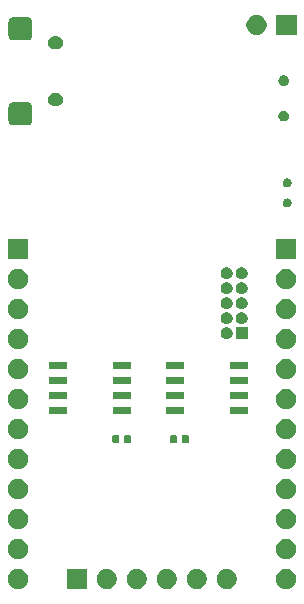
<source format=gbr>
G04 #@! TF.GenerationSoftware,KiCad,Pcbnew,(5.1.5)-3*
G04 #@! TF.CreationDate,2020-07-23T10:29:42-05:00*
G04 #@! TF.ProjectId,LuminaryVer2,4c756d69-6e61-4727-9956-6572322e6b69,rev?*
G04 #@! TF.SameCoordinates,Original*
G04 #@! TF.FileFunction,Soldermask,Bot*
G04 #@! TF.FilePolarity,Negative*
%FSLAX46Y46*%
G04 Gerber Fmt 4.6, Leading zero omitted, Abs format (unit mm)*
G04 Created by KiCad (PCBNEW (5.1.5)-3) date 2020-07-23 10:29:42*
%MOMM*%
%LPD*%
G04 APERTURE LIST*
%ADD10C,0.100000*%
G04 APERTURE END LIST*
D10*
G36*
X235347935Y-97682664D02*
G01*
X235502624Y-97746739D01*
X235502626Y-97746740D01*
X235641844Y-97839762D01*
X235760238Y-97958156D01*
X235853260Y-98097374D01*
X235853261Y-98097376D01*
X235917336Y-98252065D01*
X235950000Y-98416281D01*
X235950000Y-98583719D01*
X235917336Y-98747935D01*
X235853261Y-98902624D01*
X235853260Y-98902626D01*
X235760238Y-99041844D01*
X235641844Y-99160238D01*
X235502626Y-99253260D01*
X235502625Y-99253261D01*
X235502624Y-99253261D01*
X235347935Y-99317336D01*
X235183719Y-99350000D01*
X235016281Y-99350000D01*
X234852065Y-99317336D01*
X234697376Y-99253261D01*
X234697375Y-99253261D01*
X234697374Y-99253260D01*
X234558156Y-99160238D01*
X234439762Y-99041844D01*
X234346740Y-98902626D01*
X234346739Y-98902624D01*
X234282664Y-98747935D01*
X234250000Y-98583719D01*
X234250000Y-98416281D01*
X234282664Y-98252065D01*
X234346739Y-98097376D01*
X234346740Y-98097374D01*
X234439762Y-97958156D01*
X234558156Y-97839762D01*
X234697374Y-97746740D01*
X234697376Y-97746739D01*
X234852065Y-97682664D01*
X235016281Y-97650000D01*
X235183719Y-97650000D01*
X235347935Y-97682664D01*
G37*
G36*
X212647935Y-97682664D02*
G01*
X212802624Y-97746739D01*
X212802626Y-97746740D01*
X212941844Y-97839762D01*
X213060238Y-97958156D01*
X213153260Y-98097374D01*
X213153261Y-98097376D01*
X213217336Y-98252065D01*
X213250000Y-98416281D01*
X213250000Y-98583719D01*
X213217336Y-98747935D01*
X213153261Y-98902624D01*
X213153260Y-98902626D01*
X213060238Y-99041844D01*
X212941844Y-99160238D01*
X212802626Y-99253260D01*
X212802625Y-99253261D01*
X212802624Y-99253261D01*
X212647935Y-99317336D01*
X212483719Y-99350000D01*
X212316281Y-99350000D01*
X212152065Y-99317336D01*
X211997376Y-99253261D01*
X211997375Y-99253261D01*
X211997374Y-99253260D01*
X211858156Y-99160238D01*
X211739762Y-99041844D01*
X211646740Y-98902626D01*
X211646739Y-98902624D01*
X211582664Y-98747935D01*
X211550000Y-98583719D01*
X211550000Y-98416281D01*
X211582664Y-98252065D01*
X211646739Y-98097376D01*
X211646740Y-98097374D01*
X211739762Y-97958156D01*
X211858156Y-97839762D01*
X211997374Y-97746740D01*
X211997376Y-97746739D01*
X212152065Y-97682664D01*
X212316281Y-97650000D01*
X212483719Y-97650000D01*
X212647935Y-97682664D01*
G37*
G36*
X227784935Y-97682664D02*
G01*
X227939624Y-97746739D01*
X227939626Y-97746740D01*
X228078844Y-97839762D01*
X228197238Y-97958156D01*
X228290260Y-98097374D01*
X228290261Y-98097376D01*
X228354336Y-98252065D01*
X228387000Y-98416281D01*
X228387000Y-98583719D01*
X228354336Y-98747935D01*
X228290261Y-98902624D01*
X228290260Y-98902626D01*
X228197238Y-99041844D01*
X228078844Y-99160238D01*
X227939626Y-99253260D01*
X227939625Y-99253261D01*
X227939624Y-99253261D01*
X227784935Y-99317336D01*
X227620719Y-99350000D01*
X227453281Y-99350000D01*
X227289065Y-99317336D01*
X227134376Y-99253261D01*
X227134375Y-99253261D01*
X227134374Y-99253260D01*
X226995156Y-99160238D01*
X226876762Y-99041844D01*
X226783740Y-98902626D01*
X226783739Y-98902624D01*
X226719664Y-98747935D01*
X226687000Y-98583719D01*
X226687000Y-98416281D01*
X226719664Y-98252065D01*
X226783739Y-98097376D01*
X226783740Y-98097374D01*
X226876762Y-97958156D01*
X226995156Y-97839762D01*
X227134374Y-97746740D01*
X227134376Y-97746739D01*
X227289065Y-97682664D01*
X227453281Y-97650000D01*
X227620719Y-97650000D01*
X227784935Y-97682664D01*
G37*
G36*
X225244935Y-97682664D02*
G01*
X225399624Y-97746739D01*
X225399626Y-97746740D01*
X225538844Y-97839762D01*
X225657238Y-97958156D01*
X225750260Y-98097374D01*
X225750261Y-98097376D01*
X225814336Y-98252065D01*
X225847000Y-98416281D01*
X225847000Y-98583719D01*
X225814336Y-98747935D01*
X225750261Y-98902624D01*
X225750260Y-98902626D01*
X225657238Y-99041844D01*
X225538844Y-99160238D01*
X225399626Y-99253260D01*
X225399625Y-99253261D01*
X225399624Y-99253261D01*
X225244935Y-99317336D01*
X225080719Y-99350000D01*
X224913281Y-99350000D01*
X224749065Y-99317336D01*
X224594376Y-99253261D01*
X224594375Y-99253261D01*
X224594374Y-99253260D01*
X224455156Y-99160238D01*
X224336762Y-99041844D01*
X224243740Y-98902626D01*
X224243739Y-98902624D01*
X224179664Y-98747935D01*
X224147000Y-98583719D01*
X224147000Y-98416281D01*
X224179664Y-98252065D01*
X224243739Y-98097376D01*
X224243740Y-98097374D01*
X224336762Y-97958156D01*
X224455156Y-97839762D01*
X224594374Y-97746740D01*
X224594376Y-97746739D01*
X224749065Y-97682664D01*
X224913281Y-97650000D01*
X225080719Y-97650000D01*
X225244935Y-97682664D01*
G37*
G36*
X222704935Y-97682664D02*
G01*
X222859624Y-97746739D01*
X222859626Y-97746740D01*
X222998844Y-97839762D01*
X223117238Y-97958156D01*
X223210260Y-98097374D01*
X223210261Y-98097376D01*
X223274336Y-98252065D01*
X223307000Y-98416281D01*
X223307000Y-98583719D01*
X223274336Y-98747935D01*
X223210261Y-98902624D01*
X223210260Y-98902626D01*
X223117238Y-99041844D01*
X222998844Y-99160238D01*
X222859626Y-99253260D01*
X222859625Y-99253261D01*
X222859624Y-99253261D01*
X222704935Y-99317336D01*
X222540719Y-99350000D01*
X222373281Y-99350000D01*
X222209065Y-99317336D01*
X222054376Y-99253261D01*
X222054375Y-99253261D01*
X222054374Y-99253260D01*
X221915156Y-99160238D01*
X221796762Y-99041844D01*
X221703740Y-98902626D01*
X221703739Y-98902624D01*
X221639664Y-98747935D01*
X221607000Y-98583719D01*
X221607000Y-98416281D01*
X221639664Y-98252065D01*
X221703739Y-98097376D01*
X221703740Y-98097374D01*
X221796762Y-97958156D01*
X221915156Y-97839762D01*
X222054374Y-97746740D01*
X222054376Y-97746739D01*
X222209065Y-97682664D01*
X222373281Y-97650000D01*
X222540719Y-97650000D01*
X222704935Y-97682664D01*
G37*
G36*
X220164935Y-97682664D02*
G01*
X220319624Y-97746739D01*
X220319626Y-97746740D01*
X220458844Y-97839762D01*
X220577238Y-97958156D01*
X220670260Y-98097374D01*
X220670261Y-98097376D01*
X220734336Y-98252065D01*
X220767000Y-98416281D01*
X220767000Y-98583719D01*
X220734336Y-98747935D01*
X220670261Y-98902624D01*
X220670260Y-98902626D01*
X220577238Y-99041844D01*
X220458844Y-99160238D01*
X220319626Y-99253260D01*
X220319625Y-99253261D01*
X220319624Y-99253261D01*
X220164935Y-99317336D01*
X220000719Y-99350000D01*
X219833281Y-99350000D01*
X219669065Y-99317336D01*
X219514376Y-99253261D01*
X219514375Y-99253261D01*
X219514374Y-99253260D01*
X219375156Y-99160238D01*
X219256762Y-99041844D01*
X219163740Y-98902626D01*
X219163739Y-98902624D01*
X219099664Y-98747935D01*
X219067000Y-98583719D01*
X219067000Y-98416281D01*
X219099664Y-98252065D01*
X219163739Y-98097376D01*
X219163740Y-98097374D01*
X219256762Y-97958156D01*
X219375156Y-97839762D01*
X219514374Y-97746740D01*
X219514376Y-97746739D01*
X219669065Y-97682664D01*
X219833281Y-97650000D01*
X220000719Y-97650000D01*
X220164935Y-97682664D01*
G37*
G36*
X218227000Y-99350000D02*
G01*
X216527000Y-99350000D01*
X216527000Y-97650000D01*
X218227000Y-97650000D01*
X218227000Y-99350000D01*
G37*
G36*
X230324935Y-97682664D02*
G01*
X230479624Y-97746739D01*
X230479626Y-97746740D01*
X230618844Y-97839762D01*
X230737238Y-97958156D01*
X230830260Y-98097374D01*
X230830261Y-98097376D01*
X230894336Y-98252065D01*
X230927000Y-98416281D01*
X230927000Y-98583719D01*
X230894336Y-98747935D01*
X230830261Y-98902624D01*
X230830260Y-98902626D01*
X230737238Y-99041844D01*
X230618844Y-99160238D01*
X230479626Y-99253260D01*
X230479625Y-99253261D01*
X230479624Y-99253261D01*
X230324935Y-99317336D01*
X230160719Y-99350000D01*
X229993281Y-99350000D01*
X229829065Y-99317336D01*
X229674376Y-99253261D01*
X229674375Y-99253261D01*
X229674374Y-99253260D01*
X229535156Y-99160238D01*
X229416762Y-99041844D01*
X229323740Y-98902626D01*
X229323739Y-98902624D01*
X229259664Y-98747935D01*
X229227000Y-98583719D01*
X229227000Y-98416281D01*
X229259664Y-98252065D01*
X229323739Y-98097376D01*
X229323740Y-98097374D01*
X229416762Y-97958156D01*
X229535156Y-97839762D01*
X229674374Y-97746740D01*
X229674376Y-97746739D01*
X229829065Y-97682664D01*
X229993281Y-97650000D01*
X230160719Y-97650000D01*
X230324935Y-97682664D01*
G37*
G36*
X212647935Y-95142664D02*
G01*
X212802624Y-95206739D01*
X212802626Y-95206740D01*
X212941844Y-95299762D01*
X213060238Y-95418156D01*
X213153260Y-95557374D01*
X213153261Y-95557376D01*
X213217336Y-95712065D01*
X213250000Y-95876281D01*
X213250000Y-96043719D01*
X213217336Y-96207935D01*
X213153261Y-96362624D01*
X213153260Y-96362626D01*
X213060238Y-96501844D01*
X212941844Y-96620238D01*
X212802626Y-96713260D01*
X212802625Y-96713261D01*
X212802624Y-96713261D01*
X212647935Y-96777336D01*
X212483719Y-96810000D01*
X212316281Y-96810000D01*
X212152065Y-96777336D01*
X211997376Y-96713261D01*
X211997375Y-96713261D01*
X211997374Y-96713260D01*
X211858156Y-96620238D01*
X211739762Y-96501844D01*
X211646740Y-96362626D01*
X211646739Y-96362624D01*
X211582664Y-96207935D01*
X211550000Y-96043719D01*
X211550000Y-95876281D01*
X211582664Y-95712065D01*
X211646739Y-95557376D01*
X211646740Y-95557374D01*
X211739762Y-95418156D01*
X211858156Y-95299762D01*
X211997374Y-95206740D01*
X211997376Y-95206739D01*
X212152065Y-95142664D01*
X212316281Y-95110000D01*
X212483719Y-95110000D01*
X212647935Y-95142664D01*
G37*
G36*
X235347935Y-95142664D02*
G01*
X235502624Y-95206739D01*
X235502626Y-95206740D01*
X235641844Y-95299762D01*
X235760238Y-95418156D01*
X235853260Y-95557374D01*
X235853261Y-95557376D01*
X235917336Y-95712065D01*
X235950000Y-95876281D01*
X235950000Y-96043719D01*
X235917336Y-96207935D01*
X235853261Y-96362624D01*
X235853260Y-96362626D01*
X235760238Y-96501844D01*
X235641844Y-96620238D01*
X235502626Y-96713260D01*
X235502625Y-96713261D01*
X235502624Y-96713261D01*
X235347935Y-96777336D01*
X235183719Y-96810000D01*
X235016281Y-96810000D01*
X234852065Y-96777336D01*
X234697376Y-96713261D01*
X234697375Y-96713261D01*
X234697374Y-96713260D01*
X234558156Y-96620238D01*
X234439762Y-96501844D01*
X234346740Y-96362626D01*
X234346739Y-96362624D01*
X234282664Y-96207935D01*
X234250000Y-96043719D01*
X234250000Y-95876281D01*
X234282664Y-95712065D01*
X234346739Y-95557376D01*
X234346740Y-95557374D01*
X234439762Y-95418156D01*
X234558156Y-95299762D01*
X234697374Y-95206740D01*
X234697376Y-95206739D01*
X234852065Y-95142664D01*
X235016281Y-95110000D01*
X235183719Y-95110000D01*
X235347935Y-95142664D01*
G37*
G36*
X212647935Y-92602664D02*
G01*
X212802624Y-92666739D01*
X212802626Y-92666740D01*
X212941844Y-92759762D01*
X213060238Y-92878156D01*
X213153260Y-93017374D01*
X213153261Y-93017376D01*
X213217336Y-93172065D01*
X213250000Y-93336281D01*
X213250000Y-93503719D01*
X213217336Y-93667935D01*
X213153261Y-93822624D01*
X213153260Y-93822626D01*
X213060238Y-93961844D01*
X212941844Y-94080238D01*
X212802626Y-94173260D01*
X212802625Y-94173261D01*
X212802624Y-94173261D01*
X212647935Y-94237336D01*
X212483719Y-94270000D01*
X212316281Y-94270000D01*
X212152065Y-94237336D01*
X211997376Y-94173261D01*
X211997375Y-94173261D01*
X211997374Y-94173260D01*
X211858156Y-94080238D01*
X211739762Y-93961844D01*
X211646740Y-93822626D01*
X211646739Y-93822624D01*
X211582664Y-93667935D01*
X211550000Y-93503719D01*
X211550000Y-93336281D01*
X211582664Y-93172065D01*
X211646739Y-93017376D01*
X211646740Y-93017374D01*
X211739762Y-92878156D01*
X211858156Y-92759762D01*
X211997374Y-92666740D01*
X211997376Y-92666739D01*
X212152065Y-92602664D01*
X212316281Y-92570000D01*
X212483719Y-92570000D01*
X212647935Y-92602664D01*
G37*
G36*
X235347935Y-92602664D02*
G01*
X235502624Y-92666739D01*
X235502626Y-92666740D01*
X235641844Y-92759762D01*
X235760238Y-92878156D01*
X235853260Y-93017374D01*
X235853261Y-93017376D01*
X235917336Y-93172065D01*
X235950000Y-93336281D01*
X235950000Y-93503719D01*
X235917336Y-93667935D01*
X235853261Y-93822624D01*
X235853260Y-93822626D01*
X235760238Y-93961844D01*
X235641844Y-94080238D01*
X235502626Y-94173260D01*
X235502625Y-94173261D01*
X235502624Y-94173261D01*
X235347935Y-94237336D01*
X235183719Y-94270000D01*
X235016281Y-94270000D01*
X234852065Y-94237336D01*
X234697376Y-94173261D01*
X234697375Y-94173261D01*
X234697374Y-94173260D01*
X234558156Y-94080238D01*
X234439762Y-93961844D01*
X234346740Y-93822626D01*
X234346739Y-93822624D01*
X234282664Y-93667935D01*
X234250000Y-93503719D01*
X234250000Y-93336281D01*
X234282664Y-93172065D01*
X234346739Y-93017376D01*
X234346740Y-93017374D01*
X234439762Y-92878156D01*
X234558156Y-92759762D01*
X234697374Y-92666740D01*
X234697376Y-92666739D01*
X234852065Y-92602664D01*
X235016281Y-92570000D01*
X235183719Y-92570000D01*
X235347935Y-92602664D01*
G37*
G36*
X212647935Y-90062664D02*
G01*
X212802624Y-90126739D01*
X212802626Y-90126740D01*
X212941844Y-90219762D01*
X213060238Y-90338156D01*
X213153260Y-90477374D01*
X213153261Y-90477376D01*
X213217336Y-90632065D01*
X213250000Y-90796281D01*
X213250000Y-90963719D01*
X213217336Y-91127935D01*
X213153261Y-91282624D01*
X213153260Y-91282626D01*
X213060238Y-91421844D01*
X212941844Y-91540238D01*
X212802626Y-91633260D01*
X212802625Y-91633261D01*
X212802624Y-91633261D01*
X212647935Y-91697336D01*
X212483719Y-91730000D01*
X212316281Y-91730000D01*
X212152065Y-91697336D01*
X211997376Y-91633261D01*
X211997375Y-91633261D01*
X211997374Y-91633260D01*
X211858156Y-91540238D01*
X211739762Y-91421844D01*
X211646740Y-91282626D01*
X211646739Y-91282624D01*
X211582664Y-91127935D01*
X211550000Y-90963719D01*
X211550000Y-90796281D01*
X211582664Y-90632065D01*
X211646739Y-90477376D01*
X211646740Y-90477374D01*
X211739762Y-90338156D01*
X211858156Y-90219762D01*
X211997374Y-90126740D01*
X211997376Y-90126739D01*
X212152065Y-90062664D01*
X212316281Y-90030000D01*
X212483719Y-90030000D01*
X212647935Y-90062664D01*
G37*
G36*
X235347935Y-90062664D02*
G01*
X235502624Y-90126739D01*
X235502626Y-90126740D01*
X235641844Y-90219762D01*
X235760238Y-90338156D01*
X235853260Y-90477374D01*
X235853261Y-90477376D01*
X235917336Y-90632065D01*
X235950000Y-90796281D01*
X235950000Y-90963719D01*
X235917336Y-91127935D01*
X235853261Y-91282624D01*
X235853260Y-91282626D01*
X235760238Y-91421844D01*
X235641844Y-91540238D01*
X235502626Y-91633260D01*
X235502625Y-91633261D01*
X235502624Y-91633261D01*
X235347935Y-91697336D01*
X235183719Y-91730000D01*
X235016281Y-91730000D01*
X234852065Y-91697336D01*
X234697376Y-91633261D01*
X234697375Y-91633261D01*
X234697374Y-91633260D01*
X234558156Y-91540238D01*
X234439762Y-91421844D01*
X234346740Y-91282626D01*
X234346739Y-91282624D01*
X234282664Y-91127935D01*
X234250000Y-90963719D01*
X234250000Y-90796281D01*
X234282664Y-90632065D01*
X234346739Y-90477376D01*
X234346740Y-90477374D01*
X234439762Y-90338156D01*
X234558156Y-90219762D01*
X234697374Y-90126740D01*
X234697376Y-90126739D01*
X234852065Y-90062664D01*
X235016281Y-90030000D01*
X235183719Y-90030000D01*
X235347935Y-90062664D01*
G37*
G36*
X212647935Y-87522664D02*
G01*
X212802624Y-87586739D01*
X212802626Y-87586740D01*
X212941844Y-87679762D01*
X213060238Y-87798156D01*
X213153260Y-87937374D01*
X213153261Y-87937376D01*
X213217336Y-88092065D01*
X213250000Y-88256281D01*
X213250000Y-88423719D01*
X213217336Y-88587935D01*
X213153261Y-88742624D01*
X213153260Y-88742626D01*
X213060238Y-88881844D01*
X212941844Y-89000238D01*
X212802626Y-89093260D01*
X212802625Y-89093261D01*
X212802624Y-89093261D01*
X212647935Y-89157336D01*
X212483719Y-89190000D01*
X212316281Y-89190000D01*
X212152065Y-89157336D01*
X211997376Y-89093261D01*
X211997375Y-89093261D01*
X211997374Y-89093260D01*
X211858156Y-89000238D01*
X211739762Y-88881844D01*
X211646740Y-88742626D01*
X211646739Y-88742624D01*
X211582664Y-88587935D01*
X211550000Y-88423719D01*
X211550000Y-88256281D01*
X211582664Y-88092065D01*
X211646739Y-87937376D01*
X211646740Y-87937374D01*
X211739762Y-87798156D01*
X211858156Y-87679762D01*
X211997374Y-87586740D01*
X211997376Y-87586739D01*
X212152065Y-87522664D01*
X212316281Y-87490000D01*
X212483719Y-87490000D01*
X212647935Y-87522664D01*
G37*
G36*
X235347935Y-87522664D02*
G01*
X235502624Y-87586739D01*
X235502626Y-87586740D01*
X235641844Y-87679762D01*
X235760238Y-87798156D01*
X235853260Y-87937374D01*
X235853261Y-87937376D01*
X235917336Y-88092065D01*
X235950000Y-88256281D01*
X235950000Y-88423719D01*
X235917336Y-88587935D01*
X235853261Y-88742624D01*
X235853260Y-88742626D01*
X235760238Y-88881844D01*
X235641844Y-89000238D01*
X235502626Y-89093260D01*
X235502625Y-89093261D01*
X235502624Y-89093261D01*
X235347935Y-89157336D01*
X235183719Y-89190000D01*
X235016281Y-89190000D01*
X234852065Y-89157336D01*
X234697376Y-89093261D01*
X234697375Y-89093261D01*
X234697374Y-89093260D01*
X234558156Y-89000238D01*
X234439762Y-88881844D01*
X234346740Y-88742626D01*
X234346739Y-88742624D01*
X234282664Y-88587935D01*
X234250000Y-88423719D01*
X234250000Y-88256281D01*
X234282664Y-88092065D01*
X234346739Y-87937376D01*
X234346740Y-87937374D01*
X234439762Y-87798156D01*
X234558156Y-87679762D01*
X234697374Y-87586740D01*
X234697376Y-87586739D01*
X234852065Y-87522664D01*
X235016281Y-87490000D01*
X235183719Y-87490000D01*
X235347935Y-87522664D01*
G37*
G36*
X225817963Y-86347226D02*
G01*
X225833799Y-86352030D01*
X225848386Y-86359827D01*
X225861177Y-86370323D01*
X225871673Y-86383114D01*
X225879470Y-86397701D01*
X225884274Y-86413537D01*
X225886500Y-86436140D01*
X225886500Y-86893860D01*
X225884274Y-86916463D01*
X225879470Y-86932299D01*
X225871673Y-86946886D01*
X225861177Y-86959677D01*
X225848386Y-86970173D01*
X225833799Y-86977970D01*
X225817963Y-86982774D01*
X225795360Y-86985000D01*
X225387640Y-86985000D01*
X225365037Y-86982774D01*
X225349201Y-86977970D01*
X225334614Y-86970173D01*
X225321823Y-86959677D01*
X225311327Y-86946886D01*
X225303530Y-86932299D01*
X225298726Y-86916463D01*
X225296500Y-86893860D01*
X225296500Y-86436140D01*
X225298726Y-86413537D01*
X225303530Y-86397701D01*
X225311327Y-86383114D01*
X225321823Y-86370323D01*
X225334614Y-86359827D01*
X225349201Y-86352030D01*
X225365037Y-86347226D01*
X225387640Y-86345000D01*
X225795360Y-86345000D01*
X225817963Y-86347226D01*
G37*
G36*
X221898463Y-86347226D02*
G01*
X221914299Y-86352030D01*
X221928886Y-86359827D01*
X221941677Y-86370323D01*
X221952173Y-86383114D01*
X221959970Y-86397701D01*
X221964774Y-86413537D01*
X221967000Y-86436140D01*
X221967000Y-86893860D01*
X221964774Y-86916463D01*
X221959970Y-86932299D01*
X221952173Y-86946886D01*
X221941677Y-86959677D01*
X221928886Y-86970173D01*
X221914299Y-86977970D01*
X221898463Y-86982774D01*
X221875860Y-86985000D01*
X221468140Y-86985000D01*
X221445537Y-86982774D01*
X221429701Y-86977970D01*
X221415114Y-86970173D01*
X221402323Y-86959677D01*
X221391827Y-86946886D01*
X221384030Y-86932299D01*
X221379226Y-86916463D01*
X221377000Y-86893860D01*
X221377000Y-86436140D01*
X221379226Y-86413537D01*
X221384030Y-86397701D01*
X221391827Y-86383114D01*
X221402323Y-86370323D01*
X221415114Y-86359827D01*
X221429701Y-86352030D01*
X221445537Y-86347226D01*
X221468140Y-86345000D01*
X221875860Y-86345000D01*
X221898463Y-86347226D01*
G37*
G36*
X220928463Y-86347226D02*
G01*
X220944299Y-86352030D01*
X220958886Y-86359827D01*
X220971677Y-86370323D01*
X220982173Y-86383114D01*
X220989970Y-86397701D01*
X220994774Y-86413537D01*
X220997000Y-86436140D01*
X220997000Y-86893860D01*
X220994774Y-86916463D01*
X220989970Y-86932299D01*
X220982173Y-86946886D01*
X220971677Y-86959677D01*
X220958886Y-86970173D01*
X220944299Y-86977970D01*
X220928463Y-86982774D01*
X220905860Y-86985000D01*
X220498140Y-86985000D01*
X220475537Y-86982774D01*
X220459701Y-86977970D01*
X220445114Y-86970173D01*
X220432323Y-86959677D01*
X220421827Y-86946886D01*
X220414030Y-86932299D01*
X220409226Y-86916463D01*
X220407000Y-86893860D01*
X220407000Y-86436140D01*
X220409226Y-86413537D01*
X220414030Y-86397701D01*
X220421827Y-86383114D01*
X220432323Y-86370323D01*
X220445114Y-86359827D01*
X220459701Y-86352030D01*
X220475537Y-86347226D01*
X220498140Y-86345000D01*
X220905860Y-86345000D01*
X220928463Y-86347226D01*
G37*
G36*
X226787963Y-86347226D02*
G01*
X226803799Y-86352030D01*
X226818386Y-86359827D01*
X226831177Y-86370323D01*
X226841673Y-86383114D01*
X226849470Y-86397701D01*
X226854274Y-86413537D01*
X226856500Y-86436140D01*
X226856500Y-86893860D01*
X226854274Y-86916463D01*
X226849470Y-86932299D01*
X226841673Y-86946886D01*
X226831177Y-86959677D01*
X226818386Y-86970173D01*
X226803799Y-86977970D01*
X226787963Y-86982774D01*
X226765360Y-86985000D01*
X226357640Y-86985000D01*
X226335037Y-86982774D01*
X226319201Y-86977970D01*
X226304614Y-86970173D01*
X226291823Y-86959677D01*
X226281327Y-86946886D01*
X226273530Y-86932299D01*
X226268726Y-86916463D01*
X226266500Y-86893860D01*
X226266500Y-86436140D01*
X226268726Y-86413537D01*
X226273530Y-86397701D01*
X226281327Y-86383114D01*
X226291823Y-86370323D01*
X226304614Y-86359827D01*
X226319201Y-86352030D01*
X226335037Y-86347226D01*
X226357640Y-86345000D01*
X226765360Y-86345000D01*
X226787963Y-86347226D01*
G37*
G36*
X235347935Y-84982664D02*
G01*
X235502624Y-85046739D01*
X235502626Y-85046740D01*
X235641844Y-85139762D01*
X235760238Y-85258156D01*
X235853260Y-85397374D01*
X235853261Y-85397376D01*
X235917336Y-85552065D01*
X235950000Y-85716281D01*
X235950000Y-85883719D01*
X235917336Y-86047935D01*
X235853261Y-86202624D01*
X235853260Y-86202626D01*
X235760238Y-86341844D01*
X235641844Y-86460238D01*
X235502626Y-86553260D01*
X235502625Y-86553261D01*
X235502624Y-86553261D01*
X235347935Y-86617336D01*
X235183719Y-86650000D01*
X235016281Y-86650000D01*
X234852065Y-86617336D01*
X234697376Y-86553261D01*
X234697375Y-86553261D01*
X234697374Y-86553260D01*
X234558156Y-86460238D01*
X234439762Y-86341844D01*
X234346740Y-86202626D01*
X234346739Y-86202624D01*
X234282664Y-86047935D01*
X234250000Y-85883719D01*
X234250000Y-85716281D01*
X234282664Y-85552065D01*
X234346739Y-85397376D01*
X234346740Y-85397374D01*
X234439762Y-85258156D01*
X234558156Y-85139762D01*
X234697374Y-85046740D01*
X234697376Y-85046739D01*
X234852065Y-84982664D01*
X235016281Y-84950000D01*
X235183719Y-84950000D01*
X235347935Y-84982664D01*
G37*
G36*
X212647935Y-84982664D02*
G01*
X212802624Y-85046739D01*
X212802626Y-85046740D01*
X212941844Y-85139762D01*
X213060238Y-85258156D01*
X213153260Y-85397374D01*
X213153261Y-85397376D01*
X213217336Y-85552065D01*
X213250000Y-85716281D01*
X213250000Y-85883719D01*
X213217336Y-86047935D01*
X213153261Y-86202624D01*
X213153260Y-86202626D01*
X213060238Y-86341844D01*
X212941844Y-86460238D01*
X212802626Y-86553260D01*
X212802625Y-86553261D01*
X212802624Y-86553261D01*
X212647935Y-86617336D01*
X212483719Y-86650000D01*
X212316281Y-86650000D01*
X212152065Y-86617336D01*
X211997376Y-86553261D01*
X211997375Y-86553261D01*
X211997374Y-86553260D01*
X211858156Y-86460238D01*
X211739762Y-86341844D01*
X211646740Y-86202626D01*
X211646739Y-86202624D01*
X211582664Y-86047935D01*
X211550000Y-85883719D01*
X211550000Y-85716281D01*
X211582664Y-85552065D01*
X211646739Y-85397376D01*
X211646740Y-85397374D01*
X211739762Y-85258156D01*
X211858156Y-85139762D01*
X211997374Y-85046740D01*
X211997376Y-85046739D01*
X212152065Y-84982664D01*
X212316281Y-84950000D01*
X212483719Y-84950000D01*
X212647935Y-84982664D01*
G37*
G36*
X221995000Y-84552000D02*
G01*
X220445000Y-84552000D01*
X220445000Y-83952000D01*
X221995000Y-83952000D01*
X221995000Y-84552000D01*
G37*
G36*
X216595000Y-84552000D02*
G01*
X215045000Y-84552000D01*
X215045000Y-83952000D01*
X216595000Y-83952000D01*
X216595000Y-84552000D01*
G37*
G36*
X231901000Y-84552000D02*
G01*
X230351000Y-84552000D01*
X230351000Y-83952000D01*
X231901000Y-83952000D01*
X231901000Y-84552000D01*
G37*
G36*
X226501000Y-84552000D02*
G01*
X224951000Y-84552000D01*
X224951000Y-83952000D01*
X226501000Y-83952000D01*
X226501000Y-84552000D01*
G37*
G36*
X212647935Y-82442664D02*
G01*
X212802624Y-82506739D01*
X212802626Y-82506740D01*
X212941844Y-82599762D01*
X213060238Y-82718156D01*
X213153260Y-82857374D01*
X213153261Y-82857376D01*
X213217336Y-83012065D01*
X213250000Y-83176281D01*
X213250000Y-83343719D01*
X213217336Y-83507935D01*
X213153261Y-83662624D01*
X213153260Y-83662626D01*
X213060238Y-83801844D01*
X212941844Y-83920238D01*
X212802626Y-84013260D01*
X212802625Y-84013261D01*
X212802624Y-84013261D01*
X212647935Y-84077336D01*
X212483719Y-84110000D01*
X212316281Y-84110000D01*
X212152065Y-84077336D01*
X211997376Y-84013261D01*
X211997375Y-84013261D01*
X211997374Y-84013260D01*
X211858156Y-83920238D01*
X211739762Y-83801844D01*
X211646740Y-83662626D01*
X211646739Y-83662624D01*
X211582664Y-83507935D01*
X211550000Y-83343719D01*
X211550000Y-83176281D01*
X211582664Y-83012065D01*
X211646739Y-82857376D01*
X211646740Y-82857374D01*
X211739762Y-82718156D01*
X211858156Y-82599762D01*
X211997374Y-82506740D01*
X211997376Y-82506739D01*
X212152065Y-82442664D01*
X212316281Y-82410000D01*
X212483719Y-82410000D01*
X212647935Y-82442664D01*
G37*
G36*
X235347935Y-82442664D02*
G01*
X235502624Y-82506739D01*
X235502626Y-82506740D01*
X235641844Y-82599762D01*
X235760238Y-82718156D01*
X235853260Y-82857374D01*
X235853261Y-82857376D01*
X235917336Y-83012065D01*
X235950000Y-83176281D01*
X235950000Y-83343719D01*
X235917336Y-83507935D01*
X235853261Y-83662624D01*
X235853260Y-83662626D01*
X235760238Y-83801844D01*
X235641844Y-83920238D01*
X235502626Y-84013260D01*
X235502625Y-84013261D01*
X235502624Y-84013261D01*
X235347935Y-84077336D01*
X235183719Y-84110000D01*
X235016281Y-84110000D01*
X234852065Y-84077336D01*
X234697376Y-84013261D01*
X234697375Y-84013261D01*
X234697374Y-84013260D01*
X234558156Y-83920238D01*
X234439762Y-83801844D01*
X234346740Y-83662626D01*
X234346739Y-83662624D01*
X234282664Y-83507935D01*
X234250000Y-83343719D01*
X234250000Y-83176281D01*
X234282664Y-83012065D01*
X234346739Y-82857376D01*
X234346740Y-82857374D01*
X234439762Y-82718156D01*
X234558156Y-82599762D01*
X234697374Y-82506740D01*
X234697376Y-82506739D01*
X234852065Y-82442664D01*
X235016281Y-82410000D01*
X235183719Y-82410000D01*
X235347935Y-82442664D01*
G37*
G36*
X221995000Y-83282000D02*
G01*
X220445000Y-83282000D01*
X220445000Y-82682000D01*
X221995000Y-82682000D01*
X221995000Y-83282000D01*
G37*
G36*
X226501000Y-83282000D02*
G01*
X224951000Y-83282000D01*
X224951000Y-82682000D01*
X226501000Y-82682000D01*
X226501000Y-83282000D01*
G37*
G36*
X231901000Y-83282000D02*
G01*
X230351000Y-83282000D01*
X230351000Y-82682000D01*
X231901000Y-82682000D01*
X231901000Y-83282000D01*
G37*
G36*
X216595000Y-83282000D02*
G01*
X215045000Y-83282000D01*
X215045000Y-82682000D01*
X216595000Y-82682000D01*
X216595000Y-83282000D01*
G37*
G36*
X226501000Y-82012000D02*
G01*
X224951000Y-82012000D01*
X224951000Y-81412000D01*
X226501000Y-81412000D01*
X226501000Y-82012000D01*
G37*
G36*
X231901000Y-82012000D02*
G01*
X230351000Y-82012000D01*
X230351000Y-81412000D01*
X231901000Y-81412000D01*
X231901000Y-82012000D01*
G37*
G36*
X221995000Y-82012000D02*
G01*
X220445000Y-82012000D01*
X220445000Y-81412000D01*
X221995000Y-81412000D01*
X221995000Y-82012000D01*
G37*
G36*
X216595000Y-82012000D02*
G01*
X215045000Y-82012000D01*
X215045000Y-81412000D01*
X216595000Y-81412000D01*
X216595000Y-82012000D01*
G37*
G36*
X212647935Y-79902664D02*
G01*
X212802624Y-79966739D01*
X212802626Y-79966740D01*
X212941844Y-80059762D01*
X213060238Y-80178156D01*
X213153260Y-80317374D01*
X213153261Y-80317376D01*
X213217336Y-80472065D01*
X213250000Y-80636281D01*
X213250000Y-80803719D01*
X213217336Y-80967935D01*
X213153261Y-81122624D01*
X213153260Y-81122626D01*
X213060238Y-81261844D01*
X212941844Y-81380238D01*
X212802626Y-81473260D01*
X212802625Y-81473261D01*
X212802624Y-81473261D01*
X212647935Y-81537336D01*
X212483719Y-81570000D01*
X212316281Y-81570000D01*
X212152065Y-81537336D01*
X211997376Y-81473261D01*
X211997375Y-81473261D01*
X211997374Y-81473260D01*
X211858156Y-81380238D01*
X211739762Y-81261844D01*
X211646740Y-81122626D01*
X211646739Y-81122624D01*
X211582664Y-80967935D01*
X211550000Y-80803719D01*
X211550000Y-80636281D01*
X211582664Y-80472065D01*
X211646739Y-80317376D01*
X211646740Y-80317374D01*
X211739762Y-80178156D01*
X211858156Y-80059762D01*
X211997374Y-79966740D01*
X211997376Y-79966739D01*
X212152065Y-79902664D01*
X212316281Y-79870000D01*
X212483719Y-79870000D01*
X212647935Y-79902664D01*
G37*
G36*
X235347935Y-79902664D02*
G01*
X235502624Y-79966739D01*
X235502626Y-79966740D01*
X235641844Y-80059762D01*
X235760238Y-80178156D01*
X235853260Y-80317374D01*
X235853261Y-80317376D01*
X235917336Y-80472065D01*
X235950000Y-80636281D01*
X235950000Y-80803719D01*
X235917336Y-80967935D01*
X235853261Y-81122624D01*
X235853260Y-81122626D01*
X235760238Y-81261844D01*
X235641844Y-81380238D01*
X235502626Y-81473260D01*
X235502625Y-81473261D01*
X235502624Y-81473261D01*
X235347935Y-81537336D01*
X235183719Y-81570000D01*
X235016281Y-81570000D01*
X234852065Y-81537336D01*
X234697376Y-81473261D01*
X234697375Y-81473261D01*
X234697374Y-81473260D01*
X234558156Y-81380238D01*
X234439762Y-81261844D01*
X234346740Y-81122626D01*
X234346739Y-81122624D01*
X234282664Y-80967935D01*
X234250000Y-80803719D01*
X234250000Y-80636281D01*
X234282664Y-80472065D01*
X234346739Y-80317376D01*
X234346740Y-80317374D01*
X234439762Y-80178156D01*
X234558156Y-80059762D01*
X234697374Y-79966740D01*
X234697376Y-79966739D01*
X234852065Y-79902664D01*
X235016281Y-79870000D01*
X235183719Y-79870000D01*
X235347935Y-79902664D01*
G37*
G36*
X221995000Y-80742000D02*
G01*
X220445000Y-80742000D01*
X220445000Y-80142000D01*
X221995000Y-80142000D01*
X221995000Y-80742000D01*
G37*
G36*
X231901000Y-80742000D02*
G01*
X230351000Y-80742000D01*
X230351000Y-80142000D01*
X231901000Y-80142000D01*
X231901000Y-80742000D01*
G37*
G36*
X226501000Y-80742000D02*
G01*
X224951000Y-80742000D01*
X224951000Y-80142000D01*
X226501000Y-80142000D01*
X226501000Y-80742000D01*
G37*
G36*
X216595000Y-80742000D02*
G01*
X215045000Y-80742000D01*
X215045000Y-80142000D01*
X216595000Y-80142000D01*
X216595000Y-80742000D01*
G37*
G36*
X235347935Y-77362664D02*
G01*
X235502624Y-77426739D01*
X235502626Y-77426740D01*
X235641844Y-77519762D01*
X235760238Y-77638156D01*
X235853260Y-77777374D01*
X235853261Y-77777376D01*
X235917336Y-77932065D01*
X235950000Y-78096281D01*
X235950000Y-78263719D01*
X235917336Y-78427935D01*
X235853261Y-78582624D01*
X235853260Y-78582626D01*
X235760238Y-78721844D01*
X235641844Y-78840238D01*
X235502626Y-78933260D01*
X235502625Y-78933261D01*
X235502624Y-78933261D01*
X235347935Y-78997336D01*
X235183719Y-79030000D01*
X235016281Y-79030000D01*
X234852065Y-78997336D01*
X234697376Y-78933261D01*
X234697375Y-78933261D01*
X234697374Y-78933260D01*
X234558156Y-78840238D01*
X234439762Y-78721844D01*
X234346740Y-78582626D01*
X234346739Y-78582624D01*
X234282664Y-78427935D01*
X234250000Y-78263719D01*
X234250000Y-78096281D01*
X234282664Y-77932065D01*
X234346739Y-77777376D01*
X234346740Y-77777374D01*
X234439762Y-77638156D01*
X234558156Y-77519762D01*
X234697374Y-77426740D01*
X234697376Y-77426739D01*
X234852065Y-77362664D01*
X235016281Y-77330000D01*
X235183719Y-77330000D01*
X235347935Y-77362664D01*
G37*
G36*
X212647935Y-77362664D02*
G01*
X212802624Y-77426739D01*
X212802626Y-77426740D01*
X212941844Y-77519762D01*
X213060238Y-77638156D01*
X213153260Y-77777374D01*
X213153261Y-77777376D01*
X213217336Y-77932065D01*
X213250000Y-78096281D01*
X213250000Y-78263719D01*
X213217336Y-78427935D01*
X213153261Y-78582624D01*
X213153260Y-78582626D01*
X213060238Y-78721844D01*
X212941844Y-78840238D01*
X212802626Y-78933260D01*
X212802625Y-78933261D01*
X212802624Y-78933261D01*
X212647935Y-78997336D01*
X212483719Y-79030000D01*
X212316281Y-79030000D01*
X212152065Y-78997336D01*
X211997376Y-78933261D01*
X211997375Y-78933261D01*
X211997374Y-78933260D01*
X211858156Y-78840238D01*
X211739762Y-78721844D01*
X211646740Y-78582626D01*
X211646739Y-78582624D01*
X211582664Y-78427935D01*
X211550000Y-78263719D01*
X211550000Y-78096281D01*
X211582664Y-77932065D01*
X211646739Y-77777376D01*
X211646740Y-77777374D01*
X211739762Y-77638156D01*
X211858156Y-77519762D01*
X211997374Y-77426740D01*
X211997376Y-77426739D01*
X212152065Y-77362664D01*
X212316281Y-77330000D01*
X212483719Y-77330000D01*
X212647935Y-77362664D01*
G37*
G36*
X231850000Y-78175000D02*
G01*
X230850000Y-78175000D01*
X230850000Y-77175000D01*
X231850000Y-77175000D01*
X231850000Y-78175000D01*
G37*
G36*
X230225843Y-77194214D02*
G01*
X230225846Y-77194215D01*
X230225845Y-77194215D01*
X230316839Y-77231906D01*
X230398731Y-77286625D01*
X230468375Y-77356269D01*
X230515463Y-77426740D01*
X230523095Y-77438163D01*
X230560786Y-77529157D01*
X230580000Y-77625753D01*
X230580000Y-77724247D01*
X230560786Y-77820843D01*
X230560785Y-77820845D01*
X230523094Y-77911839D01*
X230468375Y-77993731D01*
X230398731Y-78063375D01*
X230316839Y-78118094D01*
X230316838Y-78118095D01*
X230316837Y-78118095D01*
X230225843Y-78155786D01*
X230129247Y-78175000D01*
X230030753Y-78175000D01*
X229934157Y-78155786D01*
X229843163Y-78118095D01*
X229843162Y-78118095D01*
X229843161Y-78118094D01*
X229761269Y-78063375D01*
X229691625Y-77993731D01*
X229636906Y-77911839D01*
X229599215Y-77820845D01*
X229599214Y-77820843D01*
X229580000Y-77724247D01*
X229580000Y-77625753D01*
X229599214Y-77529157D01*
X229636905Y-77438163D01*
X229644538Y-77426740D01*
X229691625Y-77356269D01*
X229761269Y-77286625D01*
X229843161Y-77231906D01*
X229934155Y-77194215D01*
X229934154Y-77194215D01*
X229934157Y-77194214D01*
X230030753Y-77175000D01*
X230129247Y-77175000D01*
X230225843Y-77194214D01*
G37*
G36*
X230225843Y-75924214D02*
G01*
X230225846Y-75924215D01*
X230225845Y-75924215D01*
X230316839Y-75961906D01*
X230358063Y-75989451D01*
X230398730Y-76016624D01*
X230468376Y-76086270D01*
X230523095Y-76168163D01*
X230560786Y-76259157D01*
X230580000Y-76355753D01*
X230580000Y-76454247D01*
X230560786Y-76550843D01*
X230560785Y-76550845D01*
X230523094Y-76641839D01*
X230468375Y-76723731D01*
X230398731Y-76793375D01*
X230316839Y-76848094D01*
X230316838Y-76848095D01*
X230316837Y-76848095D01*
X230225843Y-76885786D01*
X230129247Y-76905000D01*
X230030753Y-76905000D01*
X229934157Y-76885786D01*
X229843163Y-76848095D01*
X229843162Y-76848095D01*
X229843161Y-76848094D01*
X229761269Y-76793375D01*
X229691625Y-76723731D01*
X229636906Y-76641839D01*
X229599215Y-76550845D01*
X229599214Y-76550843D01*
X229580000Y-76454247D01*
X229580000Y-76355753D01*
X229599214Y-76259157D01*
X229636905Y-76168163D01*
X229691624Y-76086270D01*
X229761270Y-76016624D01*
X229801937Y-75989451D01*
X229843161Y-75961906D01*
X229934155Y-75924215D01*
X229934154Y-75924215D01*
X229934157Y-75924214D01*
X230030753Y-75905000D01*
X230129247Y-75905000D01*
X230225843Y-75924214D01*
G37*
G36*
X231495843Y-75924214D02*
G01*
X231495846Y-75924215D01*
X231495845Y-75924215D01*
X231586839Y-75961906D01*
X231628063Y-75989451D01*
X231668730Y-76016624D01*
X231738376Y-76086270D01*
X231793095Y-76168163D01*
X231830786Y-76259157D01*
X231850000Y-76355753D01*
X231850000Y-76454247D01*
X231830786Y-76550843D01*
X231830785Y-76550845D01*
X231793094Y-76641839D01*
X231738375Y-76723731D01*
X231668731Y-76793375D01*
X231586839Y-76848094D01*
X231586838Y-76848095D01*
X231586837Y-76848095D01*
X231495843Y-76885786D01*
X231399247Y-76905000D01*
X231300753Y-76905000D01*
X231204157Y-76885786D01*
X231113163Y-76848095D01*
X231113162Y-76848095D01*
X231113161Y-76848094D01*
X231031269Y-76793375D01*
X230961625Y-76723731D01*
X230906906Y-76641839D01*
X230869215Y-76550845D01*
X230869214Y-76550843D01*
X230850000Y-76454247D01*
X230850000Y-76355753D01*
X230869214Y-76259157D01*
X230906905Y-76168163D01*
X230961624Y-76086270D01*
X231031270Y-76016624D01*
X231071937Y-75989451D01*
X231113161Y-75961906D01*
X231204155Y-75924215D01*
X231204154Y-75924215D01*
X231204157Y-75924214D01*
X231300753Y-75905000D01*
X231399247Y-75905000D01*
X231495843Y-75924214D01*
G37*
G36*
X235347935Y-74822664D02*
G01*
X235502624Y-74886739D01*
X235502626Y-74886740D01*
X235641844Y-74979762D01*
X235760238Y-75098156D01*
X235853260Y-75237374D01*
X235853261Y-75237376D01*
X235917336Y-75392065D01*
X235950000Y-75556281D01*
X235950000Y-75723719D01*
X235917336Y-75887935D01*
X235864030Y-76016625D01*
X235853260Y-76042626D01*
X235760238Y-76181844D01*
X235641844Y-76300238D01*
X235502626Y-76393260D01*
X235502625Y-76393261D01*
X235502624Y-76393261D01*
X235347935Y-76457336D01*
X235183719Y-76490000D01*
X235016281Y-76490000D01*
X234852065Y-76457336D01*
X234697376Y-76393261D01*
X234697375Y-76393261D01*
X234697374Y-76393260D01*
X234558156Y-76300238D01*
X234439762Y-76181844D01*
X234346740Y-76042626D01*
X234335970Y-76016625D01*
X234282664Y-75887935D01*
X234250000Y-75723719D01*
X234250000Y-75556281D01*
X234282664Y-75392065D01*
X234346739Y-75237376D01*
X234346740Y-75237374D01*
X234439762Y-75098156D01*
X234558156Y-74979762D01*
X234697374Y-74886740D01*
X234697376Y-74886739D01*
X234852065Y-74822664D01*
X235016281Y-74790000D01*
X235183719Y-74790000D01*
X235347935Y-74822664D01*
G37*
G36*
X212647935Y-74822664D02*
G01*
X212802624Y-74886739D01*
X212802626Y-74886740D01*
X212941844Y-74979762D01*
X213060238Y-75098156D01*
X213153260Y-75237374D01*
X213153261Y-75237376D01*
X213217336Y-75392065D01*
X213250000Y-75556281D01*
X213250000Y-75723719D01*
X213217336Y-75887935D01*
X213164030Y-76016625D01*
X213153260Y-76042626D01*
X213060238Y-76181844D01*
X212941844Y-76300238D01*
X212802626Y-76393260D01*
X212802625Y-76393261D01*
X212802624Y-76393261D01*
X212647935Y-76457336D01*
X212483719Y-76490000D01*
X212316281Y-76490000D01*
X212152065Y-76457336D01*
X211997376Y-76393261D01*
X211997375Y-76393261D01*
X211997374Y-76393260D01*
X211858156Y-76300238D01*
X211739762Y-76181844D01*
X211646740Y-76042626D01*
X211635970Y-76016625D01*
X211582664Y-75887935D01*
X211550000Y-75723719D01*
X211550000Y-75556281D01*
X211582664Y-75392065D01*
X211646739Y-75237376D01*
X211646740Y-75237374D01*
X211739762Y-75098156D01*
X211858156Y-74979762D01*
X211997374Y-74886740D01*
X211997376Y-74886739D01*
X212152065Y-74822664D01*
X212316281Y-74790000D01*
X212483719Y-74790000D01*
X212647935Y-74822664D01*
G37*
G36*
X230225843Y-74654214D02*
G01*
X230225846Y-74654215D01*
X230225845Y-74654215D01*
X230316839Y-74691906D01*
X230398731Y-74746625D01*
X230468375Y-74816269D01*
X230515463Y-74886740D01*
X230523095Y-74898163D01*
X230560786Y-74989157D01*
X230580000Y-75085753D01*
X230580000Y-75184247D01*
X230560786Y-75280843D01*
X230560785Y-75280845D01*
X230523094Y-75371839D01*
X230468375Y-75453731D01*
X230398731Y-75523375D01*
X230316839Y-75578094D01*
X230316838Y-75578095D01*
X230316837Y-75578095D01*
X230225843Y-75615786D01*
X230129247Y-75635000D01*
X230030753Y-75635000D01*
X229934157Y-75615786D01*
X229843163Y-75578095D01*
X229843162Y-75578095D01*
X229843161Y-75578094D01*
X229761269Y-75523375D01*
X229691625Y-75453731D01*
X229636906Y-75371839D01*
X229599215Y-75280845D01*
X229599214Y-75280843D01*
X229580000Y-75184247D01*
X229580000Y-75085753D01*
X229599214Y-74989157D01*
X229636905Y-74898163D01*
X229644538Y-74886740D01*
X229691625Y-74816269D01*
X229761269Y-74746625D01*
X229843161Y-74691906D01*
X229934155Y-74654215D01*
X229934154Y-74654215D01*
X229934157Y-74654214D01*
X230030753Y-74635000D01*
X230129247Y-74635000D01*
X230225843Y-74654214D01*
G37*
G36*
X231495843Y-74654214D02*
G01*
X231495846Y-74654215D01*
X231495845Y-74654215D01*
X231586839Y-74691906D01*
X231668731Y-74746625D01*
X231738375Y-74816269D01*
X231785463Y-74886740D01*
X231793095Y-74898163D01*
X231830786Y-74989157D01*
X231850000Y-75085753D01*
X231850000Y-75184247D01*
X231830786Y-75280843D01*
X231830785Y-75280845D01*
X231793094Y-75371839D01*
X231738375Y-75453731D01*
X231668731Y-75523375D01*
X231586839Y-75578094D01*
X231586838Y-75578095D01*
X231586837Y-75578095D01*
X231495843Y-75615786D01*
X231399247Y-75635000D01*
X231300753Y-75635000D01*
X231204157Y-75615786D01*
X231113163Y-75578095D01*
X231113162Y-75578095D01*
X231113161Y-75578094D01*
X231031269Y-75523375D01*
X230961625Y-75453731D01*
X230906906Y-75371839D01*
X230869215Y-75280845D01*
X230869214Y-75280843D01*
X230850000Y-75184247D01*
X230850000Y-75085753D01*
X230869214Y-74989157D01*
X230906905Y-74898163D01*
X230914538Y-74886740D01*
X230961625Y-74816269D01*
X231031269Y-74746625D01*
X231113161Y-74691906D01*
X231204155Y-74654215D01*
X231204154Y-74654215D01*
X231204157Y-74654214D01*
X231300753Y-74635000D01*
X231399247Y-74635000D01*
X231495843Y-74654214D01*
G37*
G36*
X230225843Y-73384214D02*
G01*
X230225846Y-73384215D01*
X230225845Y-73384215D01*
X230316839Y-73421906D01*
X230358063Y-73449451D01*
X230398730Y-73476624D01*
X230468376Y-73546270D01*
X230523095Y-73628163D01*
X230560786Y-73719157D01*
X230580000Y-73815753D01*
X230580000Y-73914247D01*
X230560786Y-74010843D01*
X230560785Y-74010845D01*
X230523094Y-74101839D01*
X230468375Y-74183731D01*
X230398731Y-74253375D01*
X230316839Y-74308094D01*
X230316838Y-74308095D01*
X230316837Y-74308095D01*
X230225843Y-74345786D01*
X230129247Y-74365000D01*
X230030753Y-74365000D01*
X229934157Y-74345786D01*
X229843163Y-74308095D01*
X229843162Y-74308095D01*
X229843161Y-74308094D01*
X229761269Y-74253375D01*
X229691625Y-74183731D01*
X229636906Y-74101839D01*
X229599215Y-74010845D01*
X229599214Y-74010843D01*
X229580000Y-73914247D01*
X229580000Y-73815753D01*
X229599214Y-73719157D01*
X229636905Y-73628163D01*
X229691624Y-73546270D01*
X229761270Y-73476624D01*
X229801937Y-73449451D01*
X229843161Y-73421906D01*
X229934155Y-73384215D01*
X229934154Y-73384215D01*
X229934157Y-73384214D01*
X230030753Y-73365000D01*
X230129247Y-73365000D01*
X230225843Y-73384214D01*
G37*
G36*
X231495843Y-73384214D02*
G01*
X231495846Y-73384215D01*
X231495845Y-73384215D01*
X231586839Y-73421906D01*
X231628063Y-73449451D01*
X231668730Y-73476624D01*
X231738376Y-73546270D01*
X231793095Y-73628163D01*
X231830786Y-73719157D01*
X231850000Y-73815753D01*
X231850000Y-73914247D01*
X231830786Y-74010843D01*
X231830785Y-74010845D01*
X231793094Y-74101839D01*
X231738375Y-74183731D01*
X231668731Y-74253375D01*
X231586839Y-74308094D01*
X231586838Y-74308095D01*
X231586837Y-74308095D01*
X231495843Y-74345786D01*
X231399247Y-74365000D01*
X231300753Y-74365000D01*
X231204157Y-74345786D01*
X231113163Y-74308095D01*
X231113162Y-74308095D01*
X231113161Y-74308094D01*
X231031269Y-74253375D01*
X230961625Y-74183731D01*
X230906906Y-74101839D01*
X230869215Y-74010845D01*
X230869214Y-74010843D01*
X230850000Y-73914247D01*
X230850000Y-73815753D01*
X230869214Y-73719157D01*
X230906905Y-73628163D01*
X230961624Y-73546270D01*
X231031270Y-73476624D01*
X231071937Y-73449451D01*
X231113161Y-73421906D01*
X231204155Y-73384215D01*
X231204154Y-73384215D01*
X231204157Y-73384214D01*
X231300753Y-73365000D01*
X231399247Y-73365000D01*
X231495843Y-73384214D01*
G37*
G36*
X235347935Y-72282664D02*
G01*
X235502624Y-72346739D01*
X235502626Y-72346740D01*
X235641844Y-72439762D01*
X235760238Y-72558156D01*
X235853260Y-72697374D01*
X235853261Y-72697376D01*
X235917336Y-72852065D01*
X235950000Y-73016281D01*
X235950000Y-73183719D01*
X235917336Y-73347935D01*
X235864030Y-73476625D01*
X235853260Y-73502626D01*
X235760238Y-73641844D01*
X235641844Y-73760238D01*
X235502626Y-73853260D01*
X235502625Y-73853261D01*
X235502624Y-73853261D01*
X235347935Y-73917336D01*
X235183719Y-73950000D01*
X235016281Y-73950000D01*
X234852065Y-73917336D01*
X234697376Y-73853261D01*
X234697375Y-73853261D01*
X234697374Y-73853260D01*
X234558156Y-73760238D01*
X234439762Y-73641844D01*
X234346740Y-73502626D01*
X234335970Y-73476625D01*
X234282664Y-73347935D01*
X234250000Y-73183719D01*
X234250000Y-73016281D01*
X234282664Y-72852065D01*
X234346739Y-72697376D01*
X234346740Y-72697374D01*
X234439762Y-72558156D01*
X234558156Y-72439762D01*
X234697374Y-72346740D01*
X234697376Y-72346739D01*
X234852065Y-72282664D01*
X235016281Y-72250000D01*
X235183719Y-72250000D01*
X235347935Y-72282664D01*
G37*
G36*
X212647935Y-72282664D02*
G01*
X212802624Y-72346739D01*
X212802626Y-72346740D01*
X212941844Y-72439762D01*
X213060238Y-72558156D01*
X213153260Y-72697374D01*
X213153261Y-72697376D01*
X213217336Y-72852065D01*
X213250000Y-73016281D01*
X213250000Y-73183719D01*
X213217336Y-73347935D01*
X213164030Y-73476625D01*
X213153260Y-73502626D01*
X213060238Y-73641844D01*
X212941844Y-73760238D01*
X212802626Y-73853260D01*
X212802625Y-73853261D01*
X212802624Y-73853261D01*
X212647935Y-73917336D01*
X212483719Y-73950000D01*
X212316281Y-73950000D01*
X212152065Y-73917336D01*
X211997376Y-73853261D01*
X211997375Y-73853261D01*
X211997374Y-73853260D01*
X211858156Y-73760238D01*
X211739762Y-73641844D01*
X211646740Y-73502626D01*
X211635970Y-73476625D01*
X211582664Y-73347935D01*
X211550000Y-73183719D01*
X211550000Y-73016281D01*
X211582664Y-72852065D01*
X211646739Y-72697376D01*
X211646740Y-72697374D01*
X211739762Y-72558156D01*
X211858156Y-72439762D01*
X211997374Y-72346740D01*
X211997376Y-72346739D01*
X212152065Y-72282664D01*
X212316281Y-72250000D01*
X212483719Y-72250000D01*
X212647935Y-72282664D01*
G37*
G36*
X230225843Y-72114214D02*
G01*
X230225846Y-72114215D01*
X230225845Y-72114215D01*
X230316839Y-72151906D01*
X230398731Y-72206625D01*
X230468375Y-72276269D01*
X230515463Y-72346740D01*
X230523095Y-72358163D01*
X230560786Y-72449157D01*
X230580000Y-72545753D01*
X230580000Y-72644247D01*
X230560786Y-72740843D01*
X230560785Y-72740845D01*
X230523094Y-72831839D01*
X230468375Y-72913731D01*
X230398731Y-72983375D01*
X230316839Y-73038094D01*
X230316838Y-73038095D01*
X230316837Y-73038095D01*
X230225843Y-73075786D01*
X230129247Y-73095000D01*
X230030753Y-73095000D01*
X229934157Y-73075786D01*
X229843163Y-73038095D01*
X229843162Y-73038095D01*
X229843161Y-73038094D01*
X229761269Y-72983375D01*
X229691625Y-72913731D01*
X229636906Y-72831839D01*
X229599215Y-72740845D01*
X229599214Y-72740843D01*
X229580000Y-72644247D01*
X229580000Y-72545753D01*
X229599214Y-72449157D01*
X229636905Y-72358163D01*
X229644538Y-72346740D01*
X229691625Y-72276269D01*
X229761269Y-72206625D01*
X229843161Y-72151906D01*
X229934155Y-72114215D01*
X229934154Y-72114215D01*
X229934157Y-72114214D01*
X230030753Y-72095000D01*
X230129247Y-72095000D01*
X230225843Y-72114214D01*
G37*
G36*
X231495843Y-72114214D02*
G01*
X231495846Y-72114215D01*
X231495845Y-72114215D01*
X231586839Y-72151906D01*
X231668731Y-72206625D01*
X231738375Y-72276269D01*
X231785463Y-72346740D01*
X231793095Y-72358163D01*
X231830786Y-72449157D01*
X231850000Y-72545753D01*
X231850000Y-72644247D01*
X231830786Y-72740843D01*
X231830785Y-72740845D01*
X231793094Y-72831839D01*
X231738375Y-72913731D01*
X231668731Y-72983375D01*
X231586839Y-73038094D01*
X231586838Y-73038095D01*
X231586837Y-73038095D01*
X231495843Y-73075786D01*
X231399247Y-73095000D01*
X231300753Y-73095000D01*
X231204157Y-73075786D01*
X231113163Y-73038095D01*
X231113162Y-73038095D01*
X231113161Y-73038094D01*
X231031269Y-72983375D01*
X230961625Y-72913731D01*
X230906906Y-72831839D01*
X230869215Y-72740845D01*
X230869214Y-72740843D01*
X230850000Y-72644247D01*
X230850000Y-72545753D01*
X230869214Y-72449157D01*
X230906905Y-72358163D01*
X230914538Y-72346740D01*
X230961625Y-72276269D01*
X231031269Y-72206625D01*
X231113161Y-72151906D01*
X231204155Y-72114215D01*
X231204154Y-72114215D01*
X231204157Y-72114214D01*
X231300753Y-72095000D01*
X231399247Y-72095000D01*
X231495843Y-72114214D01*
G37*
G36*
X235950000Y-71410000D02*
G01*
X234250000Y-71410000D01*
X234250000Y-69710000D01*
X235950000Y-69710000D01*
X235950000Y-71410000D01*
G37*
G36*
X213250000Y-71410000D02*
G01*
X211550000Y-71410000D01*
X211550000Y-69710000D01*
X213250000Y-69710000D01*
X213250000Y-71410000D01*
G37*
G36*
X235309383Y-66289411D02*
G01*
X235377629Y-66317680D01*
X235439048Y-66358719D01*
X235491281Y-66410952D01*
X235532320Y-66472371D01*
X235560589Y-66540617D01*
X235575000Y-66613066D01*
X235575000Y-66686934D01*
X235560589Y-66759383D01*
X235532320Y-66827629D01*
X235491281Y-66889048D01*
X235439048Y-66941281D01*
X235377629Y-66982320D01*
X235309383Y-67010589D01*
X235236934Y-67025000D01*
X235163066Y-67025000D01*
X235090617Y-67010589D01*
X235022371Y-66982320D01*
X234960952Y-66941281D01*
X234908719Y-66889048D01*
X234867680Y-66827629D01*
X234839411Y-66759383D01*
X234825000Y-66686934D01*
X234825000Y-66613066D01*
X234839411Y-66540617D01*
X234867680Y-66472371D01*
X234908719Y-66410952D01*
X234960952Y-66358719D01*
X235022371Y-66317680D01*
X235090617Y-66289411D01*
X235163066Y-66275000D01*
X235236934Y-66275000D01*
X235309383Y-66289411D01*
G37*
G36*
X235309383Y-64589411D02*
G01*
X235377629Y-64617680D01*
X235439048Y-64658719D01*
X235491281Y-64710952D01*
X235532320Y-64772371D01*
X235560589Y-64840617D01*
X235575000Y-64913066D01*
X235575000Y-64986934D01*
X235560589Y-65059383D01*
X235532320Y-65127629D01*
X235491281Y-65189048D01*
X235439048Y-65241281D01*
X235377629Y-65282320D01*
X235309383Y-65310589D01*
X235236934Y-65325000D01*
X235163066Y-65325000D01*
X235090617Y-65310589D01*
X235022371Y-65282320D01*
X234960952Y-65241281D01*
X234908719Y-65189048D01*
X234867680Y-65127629D01*
X234839411Y-65059383D01*
X234825000Y-64986934D01*
X234825000Y-64913066D01*
X234839411Y-64840617D01*
X234867680Y-64772371D01*
X234908719Y-64710952D01*
X234960952Y-64658719D01*
X235022371Y-64617680D01*
X235090617Y-64589411D01*
X235163066Y-64575000D01*
X235236934Y-64575000D01*
X235309383Y-64589411D01*
G37*
G36*
X213247735Y-58108999D02*
G01*
X213329688Y-58133860D01*
X213405229Y-58174237D01*
X213471432Y-58228568D01*
X213525763Y-58294771D01*
X213566140Y-58370312D01*
X213591001Y-58452265D01*
X213600000Y-58543640D01*
X213600000Y-59656360D01*
X213591001Y-59747735D01*
X213566140Y-59829688D01*
X213525763Y-59905229D01*
X213471432Y-59971432D01*
X213405229Y-60025763D01*
X213329688Y-60066140D01*
X213247735Y-60091001D01*
X213156360Y-60100000D01*
X212043640Y-60100000D01*
X211952265Y-60091001D01*
X211870312Y-60066140D01*
X211794771Y-60025763D01*
X211728568Y-59971432D01*
X211674237Y-59905229D01*
X211633860Y-59829688D01*
X211608999Y-59747735D01*
X211600000Y-59656360D01*
X211600000Y-58543640D01*
X211608999Y-58452265D01*
X211633860Y-58370312D01*
X211674237Y-58294771D01*
X211728568Y-58228568D01*
X211794771Y-58174237D01*
X211870312Y-58133860D01*
X211952265Y-58108999D01*
X212043640Y-58100000D01*
X213156360Y-58100000D01*
X213247735Y-58108999D01*
G37*
G36*
X235031259Y-58867293D02*
G01*
X235113155Y-58901215D01*
X235186858Y-58950462D01*
X235249538Y-59013142D01*
X235298785Y-59086845D01*
X235332707Y-59168741D01*
X235350000Y-59255678D01*
X235350000Y-59344322D01*
X235332707Y-59431259D01*
X235315745Y-59472208D01*
X235298785Y-59513155D01*
X235249538Y-59586858D01*
X235186858Y-59649538D01*
X235113155Y-59698785D01*
X235072208Y-59715745D01*
X235031259Y-59732707D01*
X234944322Y-59750000D01*
X234855678Y-59750000D01*
X234768741Y-59732707D01*
X234727792Y-59715745D01*
X234686845Y-59698785D01*
X234613142Y-59649538D01*
X234550462Y-59586858D01*
X234501215Y-59513155D01*
X234484255Y-59472208D01*
X234467293Y-59431259D01*
X234450000Y-59344322D01*
X234450000Y-59255678D01*
X234467293Y-59168741D01*
X234501215Y-59086845D01*
X234550462Y-59013142D01*
X234613142Y-58950462D01*
X234686845Y-58901215D01*
X234768741Y-58867293D01*
X234855678Y-58850000D01*
X234944322Y-58850000D01*
X235031259Y-58867293D01*
G37*
G36*
X215753952Y-57352653D02*
G01*
X215807819Y-57357958D01*
X215884518Y-57381225D01*
X215911498Y-57389409D01*
X216007038Y-57440476D01*
X216090790Y-57509210D01*
X216159524Y-57592962D01*
X216210591Y-57688502D01*
X216210592Y-57688506D01*
X216242042Y-57792181D01*
X216252661Y-57900000D01*
X216242042Y-58007819D01*
X216218775Y-58084518D01*
X216210591Y-58111498D01*
X216159524Y-58207038D01*
X216090790Y-58290790D01*
X216007038Y-58359524D01*
X215911498Y-58410591D01*
X215884518Y-58418775D01*
X215807819Y-58442042D01*
X215753952Y-58447347D01*
X215727019Y-58450000D01*
X215472981Y-58450000D01*
X215446048Y-58447347D01*
X215392181Y-58442042D01*
X215315482Y-58418775D01*
X215288502Y-58410591D01*
X215192962Y-58359524D01*
X215109210Y-58290790D01*
X215040476Y-58207038D01*
X214989409Y-58111498D01*
X214981225Y-58084518D01*
X214957958Y-58007819D01*
X214947339Y-57900000D01*
X214957958Y-57792181D01*
X214989408Y-57688506D01*
X214989409Y-57688502D01*
X215040476Y-57592962D01*
X215109210Y-57509210D01*
X215192962Y-57440476D01*
X215288502Y-57389409D01*
X215315482Y-57381225D01*
X215392181Y-57357958D01*
X215446048Y-57352653D01*
X215472981Y-57350000D01*
X215727019Y-57350000D01*
X215753952Y-57352653D01*
G37*
G36*
X235031259Y-55867293D02*
G01*
X235113155Y-55901215D01*
X235186858Y-55950462D01*
X235249538Y-56013142D01*
X235298785Y-56086845D01*
X235315745Y-56127792D01*
X235332707Y-56168741D01*
X235350000Y-56255678D01*
X235350000Y-56344322D01*
X235332707Y-56431259D01*
X235298785Y-56513155D01*
X235249538Y-56586858D01*
X235186858Y-56649538D01*
X235113155Y-56698785D01*
X235031259Y-56732707D01*
X234944322Y-56750000D01*
X234855678Y-56750000D01*
X234768741Y-56732707D01*
X234686845Y-56698785D01*
X234613142Y-56649538D01*
X234550462Y-56586858D01*
X234501215Y-56513155D01*
X234467293Y-56431259D01*
X234450000Y-56344322D01*
X234450000Y-56255678D01*
X234467293Y-56168741D01*
X234484255Y-56127792D01*
X234501215Y-56086845D01*
X234550462Y-56013142D01*
X234613142Y-55950462D01*
X234686845Y-55901215D01*
X234768741Y-55867293D01*
X234855678Y-55850000D01*
X234944322Y-55850000D01*
X235031259Y-55867293D01*
G37*
G36*
X215753952Y-52552653D02*
G01*
X215807819Y-52557958D01*
X215884518Y-52581225D01*
X215911498Y-52589409D01*
X216007038Y-52640476D01*
X216090790Y-52709210D01*
X216159524Y-52792962D01*
X216210591Y-52888502D01*
X216211349Y-52891001D01*
X216242042Y-52992181D01*
X216252661Y-53100000D01*
X216242042Y-53207819D01*
X216218775Y-53284518D01*
X216210591Y-53311498D01*
X216159524Y-53407038D01*
X216090790Y-53490790D01*
X216007038Y-53559524D01*
X215911498Y-53610591D01*
X215884518Y-53618775D01*
X215807819Y-53642042D01*
X215753952Y-53647347D01*
X215727019Y-53650000D01*
X215472981Y-53650000D01*
X215446048Y-53647347D01*
X215392181Y-53642042D01*
X215315482Y-53618775D01*
X215288502Y-53610591D01*
X215192962Y-53559524D01*
X215109210Y-53490790D01*
X215040476Y-53407038D01*
X214989409Y-53311498D01*
X214981225Y-53284518D01*
X214957958Y-53207819D01*
X214947339Y-53100000D01*
X214957958Y-52992181D01*
X214988651Y-52891001D01*
X214989409Y-52888502D01*
X215040476Y-52792962D01*
X215109210Y-52709210D01*
X215192962Y-52640476D01*
X215288502Y-52589409D01*
X215315482Y-52581225D01*
X215392181Y-52557958D01*
X215446048Y-52552653D01*
X215472981Y-52550000D01*
X215727019Y-52550000D01*
X215753952Y-52552653D01*
G37*
G36*
X213247735Y-50908999D02*
G01*
X213329688Y-50933860D01*
X213405229Y-50974237D01*
X213471432Y-51028568D01*
X213525763Y-51094771D01*
X213566140Y-51170312D01*
X213591001Y-51252265D01*
X213600000Y-51343640D01*
X213600000Y-52456360D01*
X213591001Y-52547735D01*
X213566140Y-52629688D01*
X213525763Y-52705229D01*
X213471432Y-52771432D01*
X213405229Y-52825763D01*
X213329688Y-52866140D01*
X213247735Y-52891001D01*
X213156360Y-52900000D01*
X212043640Y-52900000D01*
X211952265Y-52891001D01*
X211870312Y-52866140D01*
X211794771Y-52825763D01*
X211728568Y-52771432D01*
X211674237Y-52705229D01*
X211633860Y-52629688D01*
X211608999Y-52547735D01*
X211600000Y-52456360D01*
X211600000Y-51343640D01*
X211608999Y-51252265D01*
X211633860Y-51170312D01*
X211674237Y-51094771D01*
X211728568Y-51028568D01*
X211794771Y-50974237D01*
X211870312Y-50933860D01*
X211952265Y-50908999D01*
X212043640Y-50900000D01*
X213156360Y-50900000D01*
X213247735Y-50908999D01*
G37*
G36*
X235990000Y-52450000D02*
G01*
X234290000Y-52450000D01*
X234290000Y-50750000D01*
X235990000Y-50750000D01*
X235990000Y-52450000D01*
G37*
G36*
X232847935Y-50782664D02*
G01*
X233002624Y-50846739D01*
X233002626Y-50846740D01*
X233141844Y-50939762D01*
X233260238Y-51058156D01*
X233353260Y-51197374D01*
X233353261Y-51197376D01*
X233417336Y-51352065D01*
X233450000Y-51516281D01*
X233450000Y-51683719D01*
X233417336Y-51847935D01*
X233353261Y-52002624D01*
X233353260Y-52002626D01*
X233260238Y-52141844D01*
X233141844Y-52260238D01*
X233002626Y-52353260D01*
X233002625Y-52353261D01*
X233002624Y-52353261D01*
X232847935Y-52417336D01*
X232683719Y-52450000D01*
X232516281Y-52450000D01*
X232352065Y-52417336D01*
X232197376Y-52353261D01*
X232197375Y-52353261D01*
X232197374Y-52353260D01*
X232058156Y-52260238D01*
X231939762Y-52141844D01*
X231846740Y-52002626D01*
X231846739Y-52002624D01*
X231782664Y-51847935D01*
X231750000Y-51683719D01*
X231750000Y-51516281D01*
X231782664Y-51352065D01*
X231846739Y-51197376D01*
X231846740Y-51197374D01*
X231939762Y-51058156D01*
X232058156Y-50939762D01*
X232197374Y-50846740D01*
X232197376Y-50846739D01*
X232352065Y-50782664D01*
X232516281Y-50750000D01*
X232683719Y-50750000D01*
X232847935Y-50782664D01*
G37*
M02*

</source>
